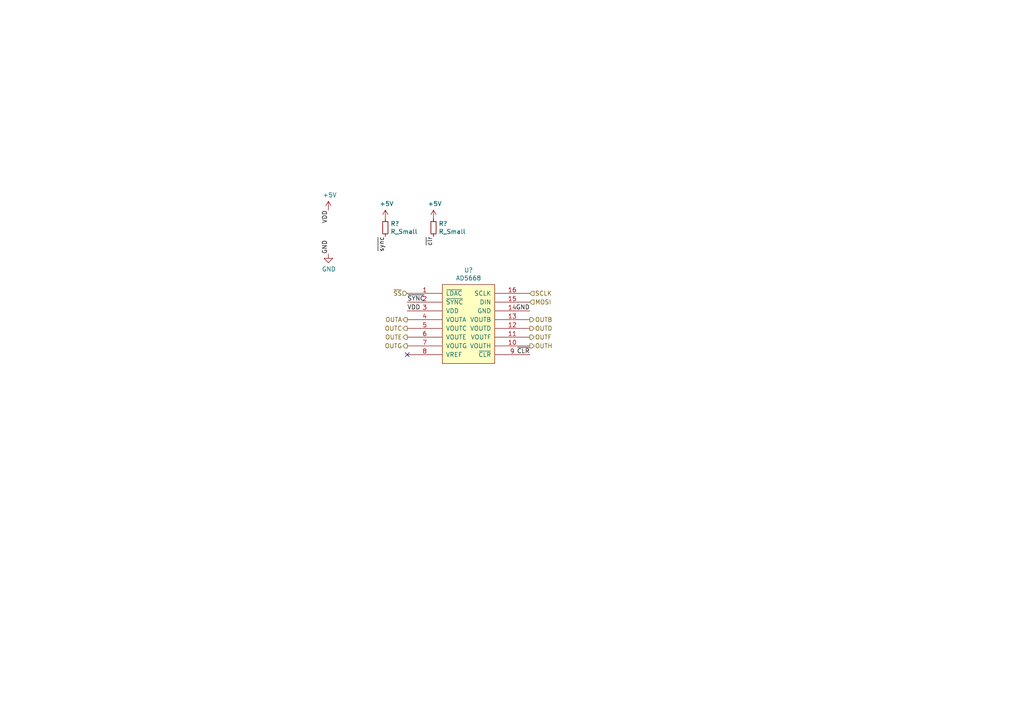
<source format=kicad_sch>
(kicad_sch (version 20211123) (generator eeschema)
  (paper "A4")
  (lib_symbols
    (symbol "Device:R_Small" (pin_numbers hide) (pin_names (offset 0.254) hide)
      (property "Reference" "R" (at 0.762 0.508 0))
      (property "Value" "R_Small" (at 0.762 -1.016 0))
      (symbol "R_Small_0_1"
        (rectangle (start -0.762 1.778) (end 0.762 -1.778) (stroke (width 0.2032)))
      )
      (symbol "R_Small_1_1"
        (pin passive line (at 0 2.54 270) (length 0.762) (name "~") (number "1"))
        (pin passive line (at 0 -2.54 90) (length 0.762) (name "~") (number "2"))
      )
    )
    (symbol "patchut:AD5668" (pin_names (offset 1.016))
      (property "Reference" "U" (at 0 -12.7 0))
      (property "Value" "patchut_AD5668" (at 0 15.24 0))
      (symbol "AD5668_0_1"
        (rectangle (start -7.62 12.7) (end 7.62 -10.16) (fill (type background)))
      )
      (symbol "AD5668_1_1"
        (pin input line (at -17.78 10.16 0) (length 10.16) (name "~{LDAC}") (number "1"))
        (pin output line (at 17.78 -5.08 180) (length 10.16) (name "VOUTH") (number "10"))
        (pin output line (at 17.78 -2.54 180) (length 10.16) (name "VOUTF") (number "11"))
        (pin output line (at 17.78 0 180) (length 10.16) (name "VOUTD") (number "12"))
        (pin output line (at 17.78 2.54 180) (length 10.16) (name "VOUTB") (number "13"))
        (pin power_in line (at 17.78 5.08 180) (length 10.16) (name "GND") (number "14"))
        (pin input line (at 17.78 7.62 180) (length 10.16) (name "DIN") (number "15"))
        (pin input line (at 17.78 10.16 180) (length 10.16) (name "SCLK") (number "16"))
        (pin input line (at -17.78 7.62 0) (length 10.16) (name "~{SYNC}") (number "2"))
        (pin power_in line (at -17.78 5.08 0) (length 10.16) (name "VDD") (number "3"))
        (pin output line (at -17.78 2.54 0) (length 10.16) (name "VOUTA") (number "4"))
        (pin output line (at -17.78 0 0) (length 10.16) (name "VOUTC") (number "5"))
        (pin output line (at -17.78 -2.54 0) (length 10.16) (name "VOUTE") (number "6"))
        (pin output line (at -17.78 -5.08 0) (length 10.16) (name "VOUTG") (number "7"))
        (pin passive line (at -17.78 -7.62 0) (length 10.16) (name "VREF") (number "8"))
        (pin input line (at 17.78 -7.62 180) (length 10.16) (name "~{CLR}") (number "9"))
      )
    )
    (symbol "power:+5V" (power) (pin_names (offset 0))
      (property "Value" "+5V" (at 0 3.556 0))
      (symbol "+5V_0_1"
        (polyline (pts (xy -0.762 1.27) (xy 0 2.54)))
        (polyline (pts (xy 0 0) (xy 0 2.54)))
        (polyline (pts (xy 0 2.54) (xy 0.762 1.27)))
      )
      (symbol "+5V_1_1"
        (pin power_in line (at 0 0 90) (length 0) hide (name "+5V") (number "1"))
      )
    )
    (symbol "power:GND" (power) (pin_names (offset 0))
      (property "Value" "GND" (at 0 -3.81 0))
      (symbol "GND_0_1"
        (polyline (pts (xy 0 0) (xy 0 -1.27) (xy 1.27 -1.27) (xy 0 -2.54) (xy -1.27 -1.27) (xy 0 -1.27)))
      )
      (symbol "GND_1_1"
        (pin power_in line (at 0 0 270) (length 0) hide (name "GND") (number "1"))
      )
    )
  )
  (no_connect (at 118.11 102.87))
  (label "VDD" (at 118.11 90.17 0))
  (label "VDD" (at 95.25 60.96 270))
  (label "~{sync}" (at 111.76 68.58 270))
  (label "~{CLR}" (at 153.67 102.87 180))
  (label "GND" (at 153.67 90.17 180))
  (label "~{clr}" (at 125.73 68.58 270))
  (label "GND" (at 95.25 73.66 90))
  (label "~{SYNC}" (at 118.11 87.63 0))
  (hierarchical_label "~{SS}" (shape input) (at 118.11 85.09 180))
  (hierarchical_label "OUTD" (shape output) (at 153.67 95.25 0))
  (hierarchical_label "SCLK" (shape input) (at 153.67 85.09 0))
  (hierarchical_label "OUTG" (shape output) (at 118.11 100.33 180))
  (hierarchical_label "OUTA" (shape output) (at 118.11 92.71 180))
  (hierarchical_label "OUTB" (shape output) (at 153.67 92.71 0))
  (hierarchical_label "OUTF" (shape output) (at 153.67 97.79 0))
  (hierarchical_label "OUTC" (shape output) (at 118.11 95.25 180))
  (hierarchical_label "OUTE" (shape output) (at 118.11 97.79 180))
  (hierarchical_label "OUTH" (shape output) (at 153.67 100.33 0))
  (hierarchical_label "MOSI" (shape input) (at 153.67 87.63 0))
  (symbol (lib_id "patchut:AD5668") (at 135.89 95.25 0) (unit 1)
    (property "Reference" "U?" (at 135.89 78.359 0))
    (property "Value" "AD5668" (at 135.89 80.6704 0))
    (property "Footprint" "Package_SO:TSSOP-16-1EP_4.4x5mm_P0.65mm" (effects hide))
    (property "Datasheet" "https://www.analog.com/media/en/technical-documentation/data-sheets/AD5628_5648_5668.pdf" (effects hide))
  )
  (symbol (lib_id "power:+5V") (at 125.73 63.5 0) (unit 1)
    (property "Reference" "#PWR?" (effects hide))
    (property "Value" "+5V" (at 126.111 59.1058 0))
  )
  (symbol (lib_id "Device:R_Small") (at 111.76 66.04 180) (unit 1)
    (property "Reference" "R?" (at 113.2586 64.8716 0) (effects (justify right)))
    (property "Value" "R_Small" (at 113.2586 67.183 0) (effects (justify right)))
  )
  (symbol (lib_id "Device:R_Small") (at 125.73 66.04 180) (unit 1)
    (property "Reference" "R?" (at 127.2286 64.8716 0) (effects (justify right)))
    (property "Value" "R_Small" (at 127.2286 67.183 0) (effects (justify right)))
  )
  (symbol (lib_id "power:+5V") (at 95.25 60.96 0) (unit 1)
    (property "Reference" "#PWR?" (effects hide))
    (property "Value" "+5V" (at 95.631 56.5658 0))
  )
  (symbol (lib_id "power:+5V") (at 111.76 63.5 0) (unit 1)
    (property "Reference" "#PWR?" (effects hide))
    (property "Value" "+5V" (at 112.141 59.1058 0))
  )
  (symbol (lib_id "power:GND") (at 95.25 73.66 0) (unit 1)
    (property "Reference" "#PWR?" (effects hide))
    (property "Value" "GND" (at 95.377 78.0542 0))
  )
)
</source>
